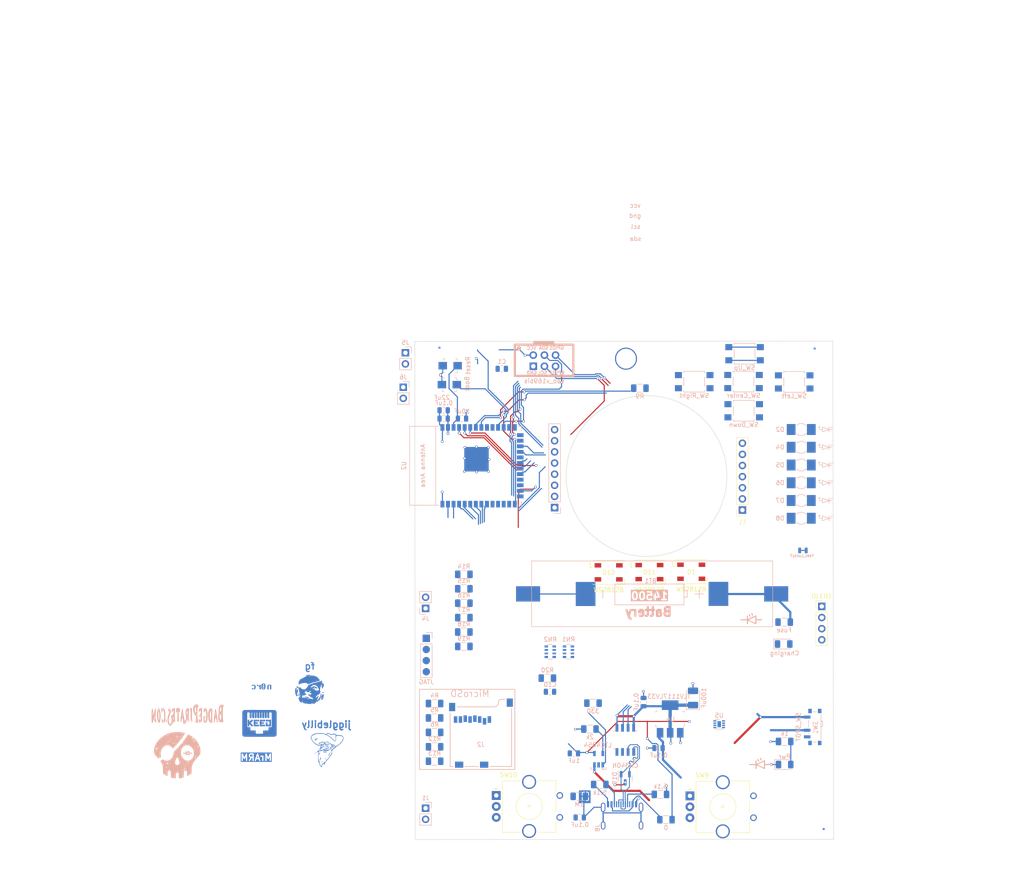
<source format=kicad_pcb>
(kicad_pcb (version 20221018) (generator pcbnew)
  (title_block (title "Project_NeoRogue") (date "2023-10-30") (rev "v1") (company "BadgePirates") (comment 1 "ESP32-S3 WROOM (WIFI/BTLE)") (comment 2 "USB to Serial Programming / MicroSD") (comment 3 "Lipo Charger / 14500 Battery / Battery Guage") (comment 4 "5 Input Buttons / 2x Rotaty Dials / 2x SPI Oled, I2C Oled"))
  (layers (0 "F.Cu" signal) (1 "In1.Cu" signal) (2 "In2.Cu" signal) (31 "B.Cu" signal) (34 "B.Paste" user) (35 "F.Paste" user) (36 "B.SilkS" user "B.Silkscreen") (37 "F.SilkS" user "F.Silkscreen") (38 "B.Mask" user) (39 "F.Mask" user) (44 "Edge.Cuts" user))
  (net 0 "")
  (net 1 "/BATTERY+")
  (net 2 "GND")
  (net 3 "RESET")
  (net 4 "VBUS")
  (net 5 "VCC")
  (net 6 "+BATT")
  (net 7 "Net-(D4-A)")
  (net 8 "Net-(D5-A)")
  (net 9 "Net-(D6-A)")
  (net 10 "IO18")
  (net 11 "Net-(D7-A)")
  (net 12 "Net-(D8-A)")
  (net 13 "D+")
  (net 14 "D-")
  (net 15 "Net-(D9-A)")
  (net 16 "Net-(D10-K)")
  (net 17 "Net-(SW1-A)")
  (net 18 "IO45")
  (net 19 "IO21")
  (net 20 "TMS")
  (net 21 "TDI")
  (net 22 "TDO")
  (net 23 "TCK")
  (net 24 "USB_RX_ESP_TX")
  (net 25 "USB_TX_ESP_RX")
  (net 26 "Boot")
  (net 27 "Net-(J8-SHIELD)")
  (net 28 "Net-(J8-VBUS-PadA4)")
  (net 29 "Net-(J8-CC1)")
  (net 31 "Net-(J8-CC2)")
  (net 32 "SCL")
  (net 33 "SDA")
  (net 34 "Net-(U1-PROG)")
  (net 35 "Net-(U1-~{CHRG})")
  (net 38 "IO15")
  (net 39 "IO05")
  (net 40 "IO04")
  (net 41 "IO03")
  (net 42 "IO10")
  (net 43 "IO14")
  (net 44 "IO13")
  (net 45 "IO12")
  (net 46 "IO11")
  (net 48 "IO46")
  (net 49 "IO37")
  (net 50 "IO36")
  (net 51 "IO35")
  (net 52 "IO38")
  (net 53 "IO16")
  (net 54 "IO17")
  (net 55 "IO08")
  (net 56 "IO09")
  (net 57 "IO47")
  (net 58 "IO48")
  (net 59 "IO02")
  (net 60 "IO01")
  (net 64 "IO34")
  (net 66 "IO25")
  (net 67 "IO22")
  (net 68 "IO20")
  (net 69 "IO23")
  (net 70 "IO24")
  (net 71 "Net-(D1-DOUT)")
  (net 72 "Net-(D2-A)")
  (net 73 "Net-(D11-DOUT)")
  (net 76 "IO33")
  (net 77 "IO19")
  (net 78 "/Max17048/~{ALRT}")
  (footprint "BadgePirates:Badgelife-SAOv169-SAO_Side_B.SLK" (layer "F.Cu") (at 151.978404 50.332996)
    (fp_text reference "X1" hide)
    (fp_text value "sao_v169bis")
  )
  (footprint "BadgePiratesLogos:n0rc_letters_B.Cu" (layer "F.Cu") (at 87.4898 124.547499)
    (fp_text reference "REF**" hide)
    (fp_text value "n0rc_B.CU" hide)
  )
  (footprint "BadgePirates:LED_WS2812B_PLCC4_5.0x5.0mm_P3.2mm" (layer "F.Cu") (at 176.32 98.48)
    (fp_text reference "D11")
    (fp_text value "WS2812B")
  )
  (footprint "BadgePiratesLogos:Jiggle_B.Cu" (layer "F.Cu") (at 102.699705 138.355279)
    (fp_text reference "G***" hide)
    (fp_text value "jigglebilly")
  )
  (footprint "BadgePiratesLogos:FG_B.Cu" (layer "F.Cu") (at 98.82 125.03)
    (fp_text reference "G***" hide)
    (fp_text value "fg")
  )
  (footprint "Connector_PinHeader_2.54mm:PinHeader_1x04_P2.54mm_Vertical" (layer "F.Cu") (at 215.64 106.31)
    (fp_text reference "OLED1")
    (fp_text value "OLED")
  )
  (footprint "Connector_PinSocket_2.54mm:PinSocket_1x07_P2.54mm_Vertical" (layer "F.Cu") (at 197.54 84.32 180)
    (fp_text reference "J7")
    (fp_text value "RoundDisplay_SPI")
  )
  (footprint "BadgePiratesLogos:BPSkull_Distressed_B.SILK" (layer "F.Cu") (at 68.63 140.25)
    (fp_text reference "G***" hide)
    (fp_text value "BP Logo" hide)
  )
  (footprint "BadgePiratesLogos:BadgePiratesURL_B.SLK" (layer "F.Cu") (at 70.97 131.82)
    (fp_text reference "G***" hide)
    (fp_text value "LOGO" hide)
  )
  (footprint "BadgePirates:LED_WS2812B_PLCC4_5.0x5.0mm_P3.2mm" (layer "F.Cu") (at 185.86 98.4)
    (fp_text reference "D1")
    (fp_text value "WS2812B")
  )
  (footprint "BadgePiratesLogos:LED_Schematic_B.SLK" (layer "F.Cu") (at 199.58 109.05)
    (fp_text reference "G***" hide)
    (fp_text value "LOGO" hide)
  )
  (footprint "Rotary_Encoder:RotaryEncoder_Alps_EC11E_Vertical_H20mm_CircularMountingHoles" (layer "F.Cu") (at 185.56 149.52)
    (fp_text reference "SW9")
    (fp_text value "RotaryEncoder_Switch")
  )
  (footprint "BadgePiratesLogos:LED_Schematic_B.SLK" (layer "F.Cu") (at 201.55877 142.08464)
    (fp_text reference "G***" hide)
    (fp_text value "LOGO" hide)
  )
  (footprint "Rotary_Encoder:RotaryEncoder_Alps_EC11E_Vertical_H20mm_CircularMountingHoles" (layer "F.Cu") (at 141.38 149.44)
    (fp_text reference "SW10")
    (fp_text value "RotaryEncoder_Switch")
  )
  (footprint "BadgePirates:LED_WS2812B_PLCC4_5.0x5.0mm_P3.2mm" (layer "F.Cu") (at 167.02 98.54)
    (fp_text reference "D12")
    (fp_text value "WS2812B")
  )
  (footprint "BadgePirates:Hole_4.5mm" (layer "F.Cu") (at 170.978604 49.791396)
    (fp_text reference "REF**" hide)
    (fp_text value "4.5mm")
  )
  (footprint "Connector_PinSocket_2.54mm:PinSocket_1x08_P2.54mm_Vertical" (layer "B.Cu") (at 154.69 83.76)
    (fp_text reference "J9" hide)
    (fp_text value "RoundDisplay_SPI_v2")
  )
  (footprint "BadgePirates:PinHeader_1x02_P2.54mm_Vertical" (layer "B.Cu") (at 120.66 48.45 180)
    (fp_text reference "J5")
    (fp_text value "Reset Jumper")
  )
  (footprint "BadgePiratesLogos:NG_B.Cu" (layer "B.Cu") (at 87.260876 132.766971 180)
    (fp_text reference "G***" hide)
    (fp_text value "NG_BSilk_B.Cu" hide)
  )
  (footprint "Connector_PinHeader_2.54mm:PinHeader_1x04_P2.54mm_Vertical" (layer "B.Cu") (at 125.42 113.59 180)
    (fp_text reference "J3" hide)
    (fp_text value "JTAG")
  )
  (footprint "BadgePirates:C_0805_2012Metric" (layer "B.Cu") (at 142.64 52.1 180)
    (fp_text reference "C1")
    (fp_text value "0.1uF")
  )
  (footprint "BadgePirates:R_1206_3216Metric" (layer "B.Cu") (at 133.99 115.44 180)
    (fp_text reference "R19")
    (fp_text value "10k")
  )
  (footprint "BadgePirates:LED_Osram_Lx_P47F_D2mm_ReverseMount_Proper_Mask Only" (layer "B.Cu") (at 210.95229 86.2 180)
    (fp_text reference "D8")
    (fp_text value "LED")
  )
  (footprint "BadgePirates:R_1206_3216Metric" (layer "B.Cu") (at 207.168604 137.121396)
    (fp_text reference "R1" hide)
    (fp_text value "1k")
  )
  (footprint "BadgePirates:SW_SPST_TL3305C(small)" (layer "B.Cu") (at 197.79 55.01 180)
    (fp_text reference "SW5" hide)
    (fp_text value "SW_Center")
  )
  (footprint "Fiducial:Fiducial_0.5mm_Mask1mm" (layer "B.Cu") (at 214.008604 47.481396 180)
    (fp_text reference "Fid_2" hide)
    (fp_text value "Fiducial" hide)
  )
  (footprint "BadgePirates:R_1206_3216Metric" (layer "B.Cu") (at 127.31 131.75 180)
    (fp_text reference "R5")
    (fp_text value "10K")
  )
  (footprint "BadgePirates:R_1206_3216Metric" (layer "B.Cu") (at 133.99 102.28 180)
    (fp_text reference "R15")
    (fp_text value "10k")
  )
  (footprint "BadgePirates:LED_Osram_Lx_P47F_D2mm_ReverseMount_Proper_Mask Only" (layer "B.Cu") (at 210.95229 74.05 180)
    (fp_text reference "D5")
    (fp_text value "LED")
  )
  (footprint "Package_TO_SOT_SMD:SOT-23" (layer "B.Cu") (at 170.81 145.518744 -90)
    (fp_text reference "D19")
    (fp_text value "PESD2USB3UV-TR")
  )
  (footprint "BadgePirates:SF-MICRO-SD" (layer "B.Cu") (at 130.865 142.815 180)
    (fp_text reference "J2")
    (fp_text value "Micro_SD_Card")
  )
  (footprint "BadgePirates:SW_SPST_TL3305C(small)" (layer "B.Cu") (at 198.028604 48.656396 180)
    (fp_text reference "SW4" hide)
    (fp_text value "SW_Up")
  )
  (footprint "BadgePirates:PinHeader_1x02_P2.54mm_Vertical" (layer "B.Cu") (at 125.26 106.76)
    (fp_text reference "J4")
    (fp_text value "UART")
  )
  (footprint "BadgePirates:PinHeader_1x02_P2.54mm_Vertical" (layer "B.Cu") (at 125.26 152.34 180)
    (fp_text reference "J1")
    (fp_text value "5v GND")
  )
  (footprint "BadgePirates:SW_SPST_TL3305C(small)" (layer "B.Cu") (at 186.538604 55.031396 180)
    (fp_text reference "SW6" hide)
    (fp_text value "SW_Right")
  )
  (footprint "BadgePirates:R_1206_3216Metric" (layer "B.Cu") (at 127.31 128.46 180)
    (fp_text reference "R4")
    (fp_text value "10k")
  )
  (footprint "BadgePirates:LED_Osram_Lx_P47F_D2mm_ReverseMount_Proper_Mask Only" (layer "B.Cu") (at 210.95229 65.95 180)
    (fp_text reference "D2")
    (fp_text value "LED")
  )
  (footprint "Fiducial:Fiducial_0.5mm_Mask1mm" (layer "B.Cu") (at 128.418604 47.291396 180)
    (fp_text reference "Fid3" hide)
    (fp_text value "Fiducial" hide)
  )
  (footprint "BadgePirates:SW_SPST_TL3305C(small)" (layer "B.Cu") (at 197.83 61.67 180)
    (fp_text reference "SW7" hide)
    (fp_text value "SW_Down")
  )
  (footprint "BadgePirates:C_0805_2012Metric" (layer "B.Cu") (at 133.569604 63.46)
    (fp_text reference "C9")
    (fp_text value "10uF")
  )
  (footprint "BadgePirates:LED_1206" (layer "B.Cu") (at 206.95 114.89)
    (fp_text reference "D10" hide)
    (fp_text value "Charging")
  )
  (footprint "BadgePirates:C_0805_2012Metric" (layer "B.Cu") (at 159.1 139.833744 180)
    (fp_text reference "C2" hide)
    (fp_text value "1uF")
  )
  (footprint "BadgePirates:LED_Osram_Lx_P47F_D2mm_ReverseMount_Proper_Mask Only" (layer "B.Cu") (at 210.95229 70 180)
    (fp_text reference "D4")
    (fp_text value "LED")
  )
  (footprint "BadgePirates:R_1206_3216Metric" (layer "B.Cu") (at 127.31 138.33 180)
    (fp_text reference "R12")
    (fp_text value "10K")
  )
  (footprint "BadgePirates:C_0805_2012Metric" (layer "B.Cu") (at 178.398 138.621744 180)
    (fp_text reference "C6" hide)
    (fp_text value "0.1uF")
  )
  (footprint "BadgePirates:R_1206_3216Metric" (layer "B.Cu") (at 180.09 154.96014 180)
    (fp_text reference "R8" hide)
    (fp_text value "0")
  )
  (footprint "BadgePirates:SW_SPST_TL3305C(small)" (layer "B.Cu") (at 209.348604 55.091396 180)
    (fp_text reference "SW8" hide)
    (fp_text value "SW_Left")
  )
  (footprint "BadgePirates:R_1206_3216Metric" (layer "B.Cu") (at 207.06 109.89 180)
    (fp_text reference "F1" hide)
    (fp_text value "Fuse")
  )
  (footprint "BadgePirates:R_Array_Convex_4x0603" (layer "B.Cu") (at 153.7 116.64 180)
    (fp_text reference "RN2")
    (fp_text value "1k_Array")
  )
  (footprint "BadgePirates:Switch_Tactile_SMD_B3U-1000P-BPVersion" (layer "B.Cu") (at 130.678604 55.711396 180)
    (fp_text reference "SW2" hide)
    (fp_text value "Boot")
  )
  (footprint "BadgePirates:R_1206_3216Metric" (layer "B.Cu") (at 165 146.933744 180)
    (fp_text reference "R11" hide)
    (fp_text value "5.1k")
  )
  (footprint "BadgePirates:R_1206_3216Metric" (layer "B.Cu") (at 178.83 149.19014)
    (fp_text reference "R10" hide)
    (fp_text value "5.1k")
  )
  (footprint "BadgePirates:ESP32-S3-WROOM-1" (layer "B.Cu") (at 137.358604 74.225 -90)
    (fp_text reference "U2")
    (fp_text value "ESP32-S3-WROOM-1")
  )
  (footprint "BadgePirates:SOIC-8-1EP_W3.9mm" (layer "B.Cu") (at 170.82 136.759844 180)
    (fp_text reference "U3" hide)
    (fp_text value "CH340N")
  )
  (footprint "BadgePirates:C_0805_2012Metric" (layer "B.Cu") (at 129.378604 61.555 180)
    (fp_text reference "C4" hide)
    (fp_text value "22uF")
  )
  (footprint "Fiducial:Fiducial_0.5mm_Mask1mm" (layer "B.Cu") (at 216.08 157.1 180)
    (fp_text reference "Fid_1" hide)
    (fp_text value "fid" hide)
  )
  (footprint "BadgePirates:SMT-JUMPER_2_NC_TRACE_NO-SILK" (layer "B.Cu") (at 211.5806 93.54 180)
    (fp_text reference "JP1" hide)
    (fp_text value "Feel_Lucky?")
  )
  (footprint "BadgePirates:R_1206_3216Metric" (layer "B.Cu") (at 127.31 135.04 180)
    (fp_text reference "R6")
    (fp_text value "10K")
  )
  (footprint "BadgePirates:PinHeader_1x02_P2.54mm_Vertical" (layer "B.Cu") (at 120.17 56.305 180)
    (fp_text reference "J6")
    (fp_text value "Boot Jumper")
  )
  (footprint "BadgePirates:R_1206_3216Metric" (layer "B.Cu") (at 133.99 112.15 180)
    (fp_text reference "R18")
    (fp_text value "10k")
  )
  (footprint "BadgePirates:R_1206_3216Metric" (layer "B.Cu") (at 133.99 105.57 180)
    (fp_text reference "R16")
    (fp_text value "10k")
  )
  (footprint "BadgePirates:R_1206_3216Metric" (layer "B.Cu") (at 133.99 108.86 180)
    (fp_text reference "R17")
    (fp_text value "10k")
  )
  (footprint "BadgePirates:C_0805_2012Metric" (layer "B.Cu") (at 160.425 154.458744 180)
    (fp_text reference "C8" hide)
    (fp_text value "0.1uF")
  )
  (footprint "BadgePirates:C_0805_2012Metric" (layer "B.Cu") (at 174.99 128.138744 90)
    (fp_text reference "C5" hide)
    (fp_text value "0.1uF")
  )
  (footprint "BadgePirates:LED_Osram_Lx_P47F_D2mm_ReverseMount_Proper_Mask Only" (layer "B.Cu") (at 210.95229 78.1 180)
    (fp_text reference "D6")
    (fp_text value "LED")
  )
  (footprint "BadgePirates:R_1206_3216Metric" (layer "B.Cu") (at 133.99 98.99 180)
    (fp_text reference "R14")
    (fp_text value "10k")
  )
  (footprint "BadgePirates:R_1206_3216Metric" (layer "B.Cu") (at 153.04 122.66 180)
    (fp_text reference "R20")
    (fp_text value "10K")
  )
  (footprint "BadgePirates:R_1206_3216Metric" (layer "B.Cu") (at 174.14 56.52)
    (fp_text reference "R9")
    (fp_text value "1k")
  )
  (footprint "BadgePirates:LTC4054" (layer "B.Cu") (at 164.725 141.158744 180)
    (fp_text reference "U1" hide)
    (fp_text value "LTC4054")
  )
  (footprint "BadgePirates:R_1206_3216Metric" (layer "B.Cu") (at 160.325 149.633744 180)
    (fp_text reference "R7" hide)
    (fp_text value "1M")
  )
  (footprint "BadgePirates:100uf_CP_Pad1.50x2.35mm" (layer "B.Cu") (at 186.272 127.191744 90)
    (fp_text reference "C7" hide)
    (fp_text value "100uF")
  )
  (footprint "BadgePirates:SW_SPDT_PCM12" (layer "B.Cu") (at 213.738604 133.811396 -90)
    (fp_text reference "SW1")
    (fp_text value "SW_SPDT")
  )
  (footprint "BadgePirates:Battery - 14500" (layer "B.Cu") (at 176.94 103.44 180)
    (fp_text reference "BT1")
    (fp_text value "Battery")
  )
  (footprint "BadgePirates:R_Array_Convex_4x0603" (layer "B.Cu") (at 157.85 116.64 180)
    (fp_text reference "RN1")
    (fp_text value "1k_Array")
  )
  (footprint "BadgePirates:C_0805_2012Metric" (layer "B.Cu") (at 129.378604 63.46 180)
    (fp_text reference "C3" hide)
    (fp_text value "0.1uF")
  )
  (footprint "BadgePirates:Switch_Tactile_SMD_B3U-1000P-BPVersion" (layer "B.Cu") (at 130.868604 51.391396)
    (fp_text reference "SW3" hide)
    (fp_text value "Reset")
  )
  (footprint "BadgePirates:LED_1206" (layer "B.Cu") (at 207.168604 142.381396)
    (fp_text reference "D9" hide)
    (fp_text value "Pwr")
  )
  (footprint "BadgePirates:R_1206_3216Metric" (layer "B.Cu") (at 127.31 141.62 180)
    (fp_text reference "R13")
    (fp_text value "10K")
  )
  (footprint "BadgePirates:C_0805_2012Metric" (layer "B.Cu") (at 153.64 125.78 180)
    (fp_text reference "C10")
    (fp_text value "0.1uF")
  )
  (footprint "BadgePirates:LED_Osram_Lx_P47F_D2mm_ReverseMount_Proper_Mask Only" (layer "B.Cu") (at 210.95229 82.15 180)
    (fp_text reference "D7")
    (fp_text value "LED")
  )
  (footprint "BadgePirates:R_1206_3216Metric" (layer "B.Cu") (at 163.45 128.37 180)
    (fp_text reference "R3" hide)
    (fp_text value "330")
  )
  (footprint "BadgePirates:USB_C_Receptical-Jing" (layer "B.Cu") (at 170.08 152.133744 180)
    (fp_text reference "J8")
    (fp_text value "USB_C_Plug_USB2.0")
  )
  (footprint "BadgePirates:SOT-223" (layer "B.Cu") (at 181.05 131.983744 180)
    (fp_text reference "U4")
    (fp_text value "TLV1117LV33")
  )
  (footprint "BadgePirates:R_1206_3216Metric" (layer "B.Cu") (at 162.75 134.283744 180)
    (fp_text reference "R2" hide)
    (fp_text value "2k")
  )
  (footprint "BadgePirates:MAX17048_TDFN" (layer "B.Cu") (at 192.24 133.18 180)
    (fp_text reference "U5")
    (fp_text value "MAX17048")
  )
  (gr_rect (start 123.865 125.205) (end 145.615 143.505) (stroke (width 0.15)) (fill none) (layer "B.SilkS"))
  (gr_circle (center 175.658604 76.561396) (end 187.688604 90.411396) (stroke (width 0.1)) (fill none) (layer "Edge.Cuts"))
  (gr_line (start 218.16 45.77) (end 122.808604 45.861396) (stroke (width 0.1)) (layer "Edge.Cuts"))
  (gr_line (start 122.808604 45.861396) (end 122.87 159.5) (stroke (width 0.1)) (layer "Edge.Cuts"))
  (gr_line (start 122.87 159.5) (end 218.34 159.44) (stroke (width 0.1)) (layer "Edge.Cuts"))
  (gr_line (start 218.34 159.44) (end 218.16 45.77) (stroke (width 0.1)) (layer "Edge.Cuts"))
  (gr_text "MrARM" (at 90.4 141.65) (layer "B.Cu" knockout) (effects (font (size 1.5 1.5) (thickness 0.3) bold) (justify left bottom mirror)))
  (gr_text "scl" (at 174.388604 20.251396) (layer "B.SilkS") (effects (font (size 1 1)) (justify left bottom mirror)))
  (gr_text "sda" (at 174.538604 23.001396) (layer "B.SilkS") (effects (font (size 1 1)) (justify left bottom mirror)))
  (gr_text "MicroSD" (at 139.925 127.095) (layer "B.SilkS") (effects (font (size 1.5 1.5)) (justify left bottom mirror)))
  (gr_text "vcc" (at 174.413604 15.426396) (layer "B.SilkS") (effects (font (size 1 1)) (justify left bottom mirror)))
  (gr_text "gnd" (at 174.513604 17.751396) (layer "B.SilkS") (effects (font (size 1 1)) (justify left bottom mirror)))
  (segment (start 192.115 103.48) (end 205.29 103.48) (width 0.5) (layer "B.Cu") (net 1))
  (segment (start 208.46 107.611396) (end 203.398604 102.55) (width 0.5) (layer "B.Cu") (net 1))
  (segment (start 208.46 109.89) (end 208.46 107.611396) (width 0.5) (layer "B.Cu") (net 1))
  (segment (start 170.81 146.456244) (end 170.2575 147.008744) (width 0.25) (layer "F.Cu") (net 2))
  (segment (start 170.2575 147.008744) (end 168.47 147.008744) (width 0.25) (layer "F.Cu") (net 2))
  (via (at 204.158604 142.361396) (size 0.6) (drill 0.4) (layers "F.Cu" "B.Cu") (net 2))
  (via (at 136.868604 75.621396) (size 0.6) (drill 0.4) (layers "F.Cu" "B.Cu") (net 2))
  (via (at 183.4 137.41014) (size 0.6) (drill 0.4) (layers "F.Cu" "B.Cu") (net 2))
  (via (at 159.45 134.34014) (size 0.6) (drill 0.4) (layers "F.Cu" "B.Cu") (net 2))
  (via (at 168.47 147.008744) (size 0.6) (drill 0.4) (layers "F.Cu" "B.Cu") (net 2))
  (via (at 134.488604 61.751396) (size 0.6) (drill 0.4) (layers "F.Cu" "B.Cu") (net 2))
  (via (at 139.608604 75.511396) (size 0.6) (drill 0.4) (layers "F.Cu" "B.Cu") (net 2))
  (via (at 186.24 123.90014) (size 0.6) (drill 0.4) (layers "F.Cu" "B.Cu") (net 2))
  (via (at 134.108604 75.521396) (size 0.6) (drill 0.4) (layers "F.Cu" "B.Cu") (net 2))
  (via (at 173.769089 150.202833) (size 0.6) (drill 0.4) (layers "F.Cu" "B.Cu") (net 2))
  (via (at 136.818604 49.731396) (size 0.6) (drill 0.4) (layers "F.Cu" "B.Cu") (net 2))
  (via (at 128.618604 53.511396) (size 0.6) (drill 0.4) (layers "F.Cu" "B.Cu") (net 2))
  (via (at 175.85 138.63014) (size 0.6) (drill 0.4) (layers "F.Cu" "B.Cu") (net 2))
  (via (at 180.22 147.26014) (size 0.6) (drill 0.4) (layers "F.Cu" "B.Cu") (net 2))
  (via (at 129.058604 80.221396) (size 0.6) (drill 0.4) (layers "F.Cu" "B.Cu") (net 2))
  (via (at 134.178604 72.511396) (size 0.6) (drill 0.4) (layers "F.Cu" "B.Cu") (net 2))
  (via (at 136.848604 69.911396) (size 0.6) (drill 0.4) (layers "F.Cu" "B.Cu") (net 2))
  (via (at 139.598604 70.001396) (size 0.6) (drill 0.4) (layers "F.Cu" "B.Cu") (net 2))
  (via (at 129.058604 68.701396) (size 0.6) (drill 0.4) (layers "F.Cu" "B.Cu") (net 2))
  (via (at 134.228604 70.031396) (size 0.6) (drill 0.4) (layers "F.Cu" "B.Cu") (net 2))
  (via (at 174.95 125.70014) (size 0.6) (drill 0.4) (layers "F.Cu" "B.Cu") (net 2))
  (via (at 170.81 146.456244) (size 0.6) (drill 0.4) (layers "F.Cu" "B.Cu") (net 2))
  (via (at 139.728604 72.801396) (size 0.6) (drill 0.4) (layers "F.Cu" "B.Cu") (net 2))
  (segment (start 134.507104 63.46) (end 134.507104 61.769896) (width 0.25) (layer "B.Cu") (net 2))
  (segment (start 186.272 125.566744) (end 186.272 123.93214) (width 0.25) (layer "B.Cu") (net 2))
  (segment (start 135.418604 72.725) (end 136.818604 72.725) (width 0.25) (layer "B.Cu") (net 2))
  (segment (start 204.178604 142.381396) (end 204.158604 142.361396) (width 0.25) (layer "B.Cu") (net 2))
  (segment (start 205.768604 142.381396) (end 204.178604 142.381396) (width 0.25) (layer "B.Cu") (net 2))
  (segment (start 183.35 135.133744) (end 183.4 137.41014) (width 0.25) (layer "B.Cu") (net 2))
  (segment (start 174.99 127.201244) (end 174.99 125.74014) (width 0.25) (layer "B.Cu") (net 2))
  (segment (start 174.99 125.74014) (end 174.95 125.70014) (width 0.25) (layer "B.Cu") (net 2))
  (segment (start 175.858396 138.621744) (end 175.85 138.63014) (width 0.25) (layer "B.Cu") (net 2))
  (segment (start 128.978604 53.871396) (end 128.618604 53.511396) (width 0.25) (layer "B.Cu") (net 2))
  (segment (start 137.118604 50.031396) (end 136.818604 49.731396) (width 0.25) (layer "B.Cu") (net 2))
  (segment (start 136.818604 74.125) (end 138.218604 74.125) (width 0.25) (layer "B.Cu") (net 2))
  (segment (start 180.23 149.19014) (end 180.23 147.27014) (width 0.25) (layer "B.Cu") (net 2))
  (segment (start 166.755 151.183744) (end 166.755 150.088744) (width 0.25) (layer "B.Cu") (net 2))
  (segment (start 180.23 147.27014) (end 180.22 147.26014) (width 0.25) (layer "B.Cu") (net 2))
  (segment (start 134.507104 61.769896) (end 134.488604 61.751396) (width 0.25) (layer "B.Cu") (net 2))
  (segment (start 135.418604 74.125) (end 136.818604 74.125) (width 0.25) (layer "B.Cu") (net 2))
  (segment (start 136.818604 74.125) (end 136.818604 72.725) (width 0.25) (layer "B.Cu") (net 2))
  (segment (start 135.418604 71.325) (end 136.818604 71.325) (width 0.25) (layer "B.Cu") (net 2))
  (segment (start 135.418604 72.725) (end 135.418604 71.325) (width 0.25) (layer "B.Cu") (net 2))
  (segment (start 129.168604 51.391396) (end 129.168604 52.961396) (width 0.25) (layer "B.Cu") (net 2))
  (segment (start 155.23 103.475) (end 148.665 103.475) (width 0.25) (layer "B.Cu") (net 2))
  (segment (start 136.818604 72.725) (end 136.818604 71.325) (width 0.25) (layer "B.Cu") (net 2))
  (segment (start 177.4605 138.621744) (end 175.858396 138.621744) (width 0.25) (layer "B.Cu") (net 2))
  (segment (start 135.418604 74.125) (end 135.418604 72.725) (width 0.25) (layer "B.Cu") (net 2))
  (segment (start 129.098604 82.975) (end 129.098604 80.261396) (width 0.25) (layer "B.Cu") (net 2))
  (segment (start 159.506396 134.283744) (end 159.45 134.34014) (width 0.25) (layer "B.Cu") (net 2))
  (segment (start 138.218604 72.725) (end 138.218604 71.325) (width 0.25) (layer "B.Cu") (net 2))
  (segment (start 138.218604 74.125) (end 138.218604 72.725) (width 0.25) (layer "B.Cu") (net 2))
  (segment (start 128.978604 55.711396) (end 128.978604 53.871396) (width 0.25) (layer "B.Cu") (net 2))
  (segment (start 129.168604 52.961396) (end 128.618604 53.511396) (width 0.25) (layer "B.Cu") (net 2))
  (segment (start 183.4 137.41014) (end 183.35 137.36014) (width 0.25) (layer "B.Cu") (net 2))
  (segment (start 137.118604 50.961396) (end 137.118604 50.031396) (width 0.25) (layer "B.Cu") (net 2))
  (segment (start 161.765 103.475) (end 155.23 103.475) (width 0.25) (layer "B.Cu") (net 2))
  (segment (start 201.628604 47.156396) (end 194.428604 47.156396) (width 0.25) (layer "B.Cu") (net 2))
  (segment (start 173.405 150.566922) (end 173.405 151.433744) (width 0.25) (layer "B.Cu") (net 2))
  (segment (start 128.441104 63.46) (end 128.441104 64.8175) (width 0.25) (layer "B.Cu") (net 2))
  (segment (start 129.098604 68.661396) (end 129.058604 68.701396) (width 0.25) (layer "B.Cu") (net 2))
  (segment (start 138.218604 72.725) (end 136.818604 72.725) (width 0.25) (layer "B.Cu") (net 2))
  (segment (start 186.272 123.93214) (end 186.24 123.90014) (width 0.25) (layer "B.Cu") (net 2))
  (segment (start 148.665 103.475) (end 148.64 103.45) (width 0.25) (layer "B.Cu") (net 2))
  (segment (start 173.769089 150.202833) (end 173.405 150.566922) (width 0.25) (layer "B.Cu") (net 2))
  (segment (start 136.818604 71.325) (end 138.218604 71.325) (width 0.25) (layer "B.Cu") (net 2))
  (segment (start 128.441104 63.46) (end 128.441104 61.555) (width 0.25) (layer "B.Cu") (net 2))
  (segment (start 128.441104 64.8175) (end 129.098604 65.475) (width 0.25) (layer "B.Cu") (net 2))
  (segment (start 129.098604 80.261396) (end 129.058604 80.221396) (width 0.25) (layer "B.Cu") (net 2))
  (segment (start 167.005 151.433744) (end 166.755 151.183744) (width 0.25) (layer "B.Cu") (net 2))
  (segment (start 129.098604 65.475) (end 129.098604 68.661396) (width 0.25) (layer "B.Cu") (net 2))
  (segment (start 161.35 134.283744) (end 159.506396 134.283744) (width 0.25) (layer "B.Cu") (net 2))
  (segment (start 166.755 150.088744) (end 163.6 146.933744) (width 0.25) (layer "B.Cu") (net 2))
  (segment (start 130.618604 53.341396) (end 132.568604 51.391396) (width 0.25) (layer "B.Cu") (net 3))
  (segment (start 130.618604 56.633396) (end 130.618604 53.341396) (width 0.25) (layer "B.Cu") (net 3))
  (segment (start 132.632104 63.46) (end 132.518604 63.3465) (width 0.25) (layer "B.Cu") (net 3))
  (segment (start 131.638604 64.4535) (end 132.632104 63.46) (width 0.25) (layer "B.Cu") (net 3))
  (segment (start 132.518604 58.533396) (end 130.618604 56.633396) (width 0.25) (layer "B.Cu") (net 3))
  (segment (start 131.638604 65.475) (end 131.638604 64.4535) (width 0.25) (layer "B.Cu") (net 3))
  (segment (start 132.518604 63.3465) (end 132.518604 58.533396) (width 0.25) (layer "B.Cu") (net 3))
  (segment (start 175.85 132.63014) (end 175.77 132.55014) (width 0.25) (layer "F.Cu") (net 4))
  (segment (start 167.46 134.223744) (end 162.05 139.633744) (width 0.25) (layer "F.Cu") (net 4))
  (segment (start 175.77 132.55014) (end 169.118604 132.55014) (width 0.25) (layer "F.Cu") (net 4))
  (segment (start 169.118604 132.55014) (end 167.46 134.208744) (width 0.25) (layer "F.Cu") (net 4))
  (segment (start 167.46 134.208744) (end 167.46 134.223744) (width 0.25) (layer "F.Cu") (net 4))
  (segment (start 185.42 132.55014) (end 175.77 132.55014) (width 0.25) (layer "F.Cu") (net 4))
  (segment (start 175.85 136.483744) (end 175.85 132.63014) (width 0.25) (layer "F.Cu") (net 4))
  (via (at 185.42 132.55014) (size 0.6) (drill 0.4) (layers "F.Cu" "B.Cu") (net 4))
  (via (at 162.05 139.633744) (size 0.6) (drill 0.4) (layers "F.Cu" "B.Cu") (net 4))
  (via (at 175.85 136.483744) (size 0.6) (drill 0.4) (layers "F.Cu" "B.Cu") (net 4))
  (segment (start 163.55 139.633744) (end 163.775 139.858744) (width 0.25) (layer "B.Cu") (net 4))
  (segment (start 178.273 137.92991) (end 178.273 141.401744) (width 0.25) (layer "B.Cu") (net 4))
  (segment (start 175.85 136.483744) (end 176.972083 137.605827) (width 0.25) (layer "B.Cu") (net 4))
  (segment (start 162.05 139.633744) (end 163.55 139.633744) (width 0.25) (layer "B.Cu") (net 4))
  (segment (start 160.2375 139.633744) (end 160.0375 139.833744) (width 0.25) (layer "B.Cu") (net 4))
  (segment (start 162.05 139.633744) (end 160.2375 139.633744) (width 0.25) (layer "B.Cu") (net 4))
  (segment (start 157.8375 137.633744) (end 160.0375 139.833744) (width 0.25) (layer "B.Cu") (net 4))
  (segment (start 181.49 144.618744) (end 181.49 154.96014) (width 0.25) (layer "B.Cu") (net 4))
  (segment (start 185.42 132.55014) (end 185.421396 132.548744) (width 0.25) (layer "B.Cu") (net 4))
  (segment (start 176.972083 137.605827) (end 176.981166 137.596744) (width 0.25) (layer "B.Cu") (net 4))
  (segment (start 176.981166 137.596744) (end 177.939834 137.596744) (width 0.25) (layer "B.Cu") (net 4))
  (segment (start 177.939834 137.596744) (end 178.273 137.92991) (width 0.25) (layer "B.Cu") (net 4))
  (segment (start 178.273 141.401744) (end 181.49 144.618744) (width 0.25) (layer "B.Cu") (net 4))
  (segment (start 172.76 131.358744) (end 169.13 131.358744) (width 0.5) (layer "F.Cu") (net 5))
  (segment (start 169.13 131.358744) (end 168.94 131.168744) (width 0.5) (layer "F.Cu") (net 5))
  (via (at 203.978604 137.161396) (size 0.6) (drill 0.4) (layers "F.Cu" "B.Cu") (net 5))
  (via (at 147.978604 49.021396) (size 0.6) (drill 0.4) (layers "F.Cu" "B.Cu") (net 5))
  (via (at 130.368604 66.9) (size 0.6) (drill 0.4) (layers "F.Cu" "B.Cu") (net 5))
  (via (at 168.94 131.168744) (size 0.6) (drill 0.4) (layers "F.Cu" "B.Cu") (net 5))
  (via (at 181.2 137.508744) (size 0.6) (drill 0.4) (layers "F.Cu" "B.Cu") (net 5))
  (via (at 172.76 131.358744) (size 0.6) (drill 0.4) (layers "F.Cu" "B.Cu") (net 5))
  (segment (start 146.718604 47.761396) (end 147.978604 49.021396) (width 0.25) (layer "B.Cu") (net 5))
  (segment (start 172.725 131.341244) (end 174.99 129.076244) (width 0.5) (layer "B.Cu") (net 5))
  (segment (start 148.018604 48.981396) (end 147.978604 49.021396) (width 0.25) (layer "B.Cu") (net 5))
  (segment (start 130.368604 63.5125) (end 130.316104 63.46) (width 0.25) (layer "B.Cu") (net 5))
  (segment (start 130.368604 66.9) (end 130.368604 65.475) (width 0.25) (layer "B.Cu") (net 5))
  (segment (start 171.27 128.790952) (end 168.915 131.145952) (width 0.25) (layer "B.Cu") (net 5))
  (segment (start 180.8075 129.076244) (end 174.99 129.076244) (width 0.5) (layer "B.Cu") (net 5))
  (segment (start 172.76 131.358744) (end 172.725 131.341244) (width 0.5) (layer "B.Cu") (net 5))
  (segment (start 181.05 128.833744) (end 180.8075 129.076244) (width 0.25) (layer "B.Cu") (net 5))
  (segment (start 130.368604 65.475) (end 130.368604 63.5125) (width 0.25) (layer "B.Cu") (net 5))
  (segment (start 168.915 131.145952) (end 168.94 131.168744) (width 0.25) (layer "B.Cu") (net 5))
  (segment (start 205.768604 137.121396) (end 204.018604 137.121396) (width 0.25) (layer "B.Cu") (net 5))
  (segment (start 204.018604 137.121396) (end 203.978604 137.161396) (width 0.25) (layer "B.Cu") (net 5))
  (segment (start 130.316104 63.46) (end 130.316104 61.555) (width 0.25) (layer "B.Cu") (net 5))
  (segment (start 168.94 131.168744) (end 168.915 134.009844) (width 0.25) (layer "B.Cu") (net 5))
  (segment (start 181.05 128.833744) (end 181.05 135.133744) (width 0.762) (layer "B.Cu") (net 5))
  (segment (start 142.018604 47.761396) (end 146.718604 47.761396) (width 0.25) (layer "B.Cu") (net 5))
  (segment (start 181.2 135.283744) (end 181.05 135.133744) (width 0.25) (layer "B.Cu") (net 5))
  (segment (start 181.2 137.508744) (end 181.2 135.283744) (width 0.25) (layer "B.Cu") (net 5))
  (segment (start 186.237 128.833744) (end 181.05 128.833744) (width 0.762) (layer "B.Cu") (net 5))
  (segment (start 149.828604 48.981396) (end 148.018604 48.981396) (width 0.25) (layer "B.Cu") (net 5))
  (segment (start 172.725 134.009844) (end 172.76 131.358744) (width 0.5) (layer "B.Cu") (net 5))
  (segment (start 204.03 134.55) (end 212.297208 134.55) (width 0.5) (layer "B.Cu") (net 6))
  (segment (start 179.414 137.224744) (end 179.414 141.308348) (width 0.5) (layer "B.Cu") (net 6))
  (segment (start 178.525 136.335744) (end 179.414 137.224744) (width 0.5) (layer "B.Cu") (net 6))
  (segment (start 212.297208 134.55) (end 212.308604 134.561396) (width 0.5) (layer "B.Cu") (net 6))
  (segment (start 178.75 135.133744) (end 178.525 135.358744) (width 0.25) (layer "B.Cu") (net 6))
  (segment (start 179.414 141.308348) (end 183.475792 145.37014) (width 0.5) (layer "B.Cu") (net 6))
  (segment (start 178.525 135.358744) (end 178.525 136.335744) (width 0.5) (layer "B.Cu") (net 6))
  (segment (start 143.678604 62.52) (end 143.678604 63.015) (width 0.25) (layer "B.Cu") (net 10))
  (segment (start 137.118604 47.761396) (end 137.118604 47.961396) (width 0.25) (layer "B.Cu") (net 10))
  (segment (start 144.062735 61.246016) (end 144.062735 62.135869) (width 0.25) (layer "B.Cu") (net 10))
  (segment (start 141.798604 64.895) (end 141.798604 65.475) (width 0.25) (layer "B.Cu") (net 10))
  (segment (start 139.218604 50.061396) (end 139.248604 50.061396) (width 0.25) (layer "B.Cu") (net 10))
  (segment (start 139.538604 56.721885) (end 144.062735 61.246016) (width 0.25) (layer "B.Cu") (net 10))
  (segment (start 137.118604 47.961396) (end 139.218604 50.061396) (width 0.25) (layer "B.Cu") (net 10))
  (segment (start 139.248604 50.061396) (end 139.538604 50.351396) (width 0.25) (layer "B.Cu") (net 10))
  (segment (start 143.678604 63.015) (end 141.798604 64.895) (width 0.25) (layer "B.Cu") (net 10))
  (segment (start 139.538604 50.351396) (end 139.538604 56.721885) (width 0.25) (layer "B.Cu") (net 10))
  (segment (start 144.062735 62.135869) (end 143.678604 62.52) (width 0.25) (layer "B.Cu") (net 10))
  (segment (start 171.823559 141.683775) (end 171.823561 141.683774) (width 0.2) (layer "B.Cu") (net 13))
  (segment (start 170.355 148.468744) (end 169.86 147.973744) (width 0.2) (layer "B.Cu") (net 13))
  (segment (start 173.563311 140.877936) (end 173.56331 140.877935) (width 0.2) (layer "B.Cu") (net 13))
  (segment (start 172.71478 141.3022) (end 172.672106 141.259526) (width 0.2) (layer "B.Cu") (net 13))
  (segment (start 172.714781 141.726466) (end 172.71478 141.726465) (width 0.2) (layer "B.Cu") (net 13))
  (segment (start 171.86625 142.15073) (end 171.823559 142.108039) (width 0.2) (layer "B.Cu") (net 13))
  (segment (start 169.33 150.478744) (end 169.33 151.433744) (width 0.2) (layer "B.Cu") (net 13))
  (segment (start 170.255 150.433744) (end 169.375 150.433744) (width 0.2) (layer "B.Cu") (net 13))
  (segment (start 170.33 150.508744) (end 170.255 150.433744) (width 0.2) (layer "B.Cu") (net 13))
  (segment (start 172.71478 141.726465) (end 172.71478 141.726464) (width 0.2) (layer "B.Cu") (net 13))
  (segment (start 173.46 138.318744) (end 172.9 138.318744) (width 0.2) (layer "B.Cu") (net 13))
  (segment (start 173.65 138.508744) (end 173.46 138.318744) (width 0.2) (layer "B.Cu") (net 13))
  (segment (start 170.33 151.433744) (end 170.33 150.508744) (width 0.2) (layer "B.Cu") (net 13))
  (segment (start 170.33 151.433744) (end 170.33 150.383743) (width 0.2) (layer "B.Cu") (net 13))
  (segment (start 169.375 150.433744) (end 169.33 150.478744) (width 0.2) (layer "B.Cu") (net 13))
  (segment (start 172.672106 140.835262) (end 172.672108 140.835261) (width 0.2) (layer "B.Cu") (net 13))
  (segment (start 173.096372 140.835261) (end 173.139047 140.877936) (width 0.2) (layer "B.Cu") (net 13))
  (segment (start 173.65 140.791244) (end 173.65 138.508744) (width 0.2) (layer "B.Cu") (net 13))
  (segment (start 169.86 144.581244) (end 171.86625 142.574994) (width 0.2) (layer "B.Cu") (net 13))
  (segment (start 172.247825 141.683774) (end 172.290517 141.726466) (width 0.2) (layer "B.Cu") (net 13))
  (segment (start 170.355 150.358743) (end 170.355 148.468744) (width 0.2) (layer "B.Cu") (net 13))
  (segment (start 173.56331 140.877935) (end 173.65 140.791244) (width 0.2) (layer "B.Cu") (net 13))
  (segment (start 170.33 150.383743) (end 170.355 150.358743) (width 0.2) (layer "B.Cu") (net 13))
  (segment (start 172.9 138.318744) (end 172.725 138.493744) (width 0.2) (layer "B.Cu") (net 13))
  (segment (start 172.725 138.493744) (end 172.725 139.509844) (width 0.2) (layer "B.Cu") (net 13))
  (segment (start 169.86 147.973744) (end 169.86 144.581244) (width 0.2) (layer "B.Cu") (net 13))
  (arc (start 171.823559 142.108039) (mid 171.735691 141.895907) (end 171.823559 141.683775) (width 0.2) (layer "B.Cu") (net 13))
  (arc (start 172.672108 140.835261) (mid 172.88424 140.747393) (end 173.096372 140.835261) (width 0.2) (layer "B.Cu") (net 13))
  (arc (start 172.672106 141.259526) (mid 172.584238 141.047394) (end 172.672106 140.835262) (width 0.2) (layer "B.Cu") (net 13))
  (arc (start 171.86625 142.574994) (mid 171.954118 142.362862) (end 171.86625 142.15073) (width 0.2) (layer "B.Cu") (net 13))
  (arc (start 171.823561 141.683774) (mid 172.035693 141.595906) (end 172.247825 141.683774) (width 0.2) (layer "B.Cu") (net 13))
  (arc (start 172.290517 141.726466) (mid 172.502649 141.814334) (end 172.714781 141.726466) (width 0.2) (layer "B.Cu") (net 13))
  (arc (start 173.139047 140.877936) (mid 173.351179 140.965804) (end 173.563311 140.877936) (width 0.2) (layer "B.Cu") (net 13))
  (arc (start 172.71478 141.726464) (mid 172.802648 141.514332) (end 172.71478 141.3022) (width 0.2) (layer "B.Cu") (net 13))
  (segment (start 171.97 137.848744) (end 173.555685 137.848744) (width 0.2) (layer "B.Cu") (net 14))
  (segment (start 174.05 140.95693) (end 171.76 143.24693) (width 0.2) (layer "B.Cu") (net 14))
  (segment (start 171.455 138.363744) (end 171.97 137.848744) (width 0.2) (layer "B.Cu") (net 14))
  (segment (start 173.555685 137.848744) (end 174.05 138.343059) (width 0.2) (layer "B.Cu") (net 14))
  (segment (start 170.805 148.468744) (end 171.76 147.513744) (width 0.2) (layer "B.Cu") (net 14))
  (segment (start 174.05 138.343059) (end 174.05 140.95693) (width 0.2) (layer "B.Cu") (net 14))
  (segment (start 170.805 150.358743) (end 170.805 148.468744) (width 0.2) (layer "B.Cu") (net 14))
  (segment (start 170.83 150.383743) (end 170.805 150.358743) (width 0.2) (layer "B.Cu") (net 14))
  (segment (start 171.76 147.513744) (end 171.76 144.581244) (width 0.2) (layer "B.Cu") (net 14))
  (segment (start 169.83 152.358744) (end 170.005 152.533744) (width 0.2) (layer "B.Cu") (net 14))
  (segment (start 171.455 139.509844) (end 171.455 138.363744) (width 0.2) (layer "B.Cu") (net 14))
  (segment (start 170.83 151.433744) (end 170.83 150.383743) (width 0.2) (layer "B.Cu") (net 14))
  (segment (start 170.83 152.358744) (end 170.83 151.433744) (width 0.2) (layer "B.Cu") (net 14))
  (segment (start 170.655 152.533744) (end 170.83 152.358744) (width 0.2) (layer "B.Cu") (net 14))
  (segment (start 169.83 151.433744) (end 169.83 152.358744) (width 0.2) (layer "B.Cu") (net 14))
  (segment (start 171.76 143.24693) (end 171.76 144.581244) (width 0.2) (layer "B.Cu") (net 14))
  (segment (start 170.005 152.533744) (end 170.655 152.533744) (width 0.2) (layer "B.Cu") (net 14))
  (segment (start 208.568604 137.121396) (end 208.568604 142.381396) (width 0.25) (layer "B.Cu") (net 15))
  (segment (start 174.125 148.383744) (end 168.075 148.383744) (width 0.5) (layer "F.Cu") (net 17))
  (segment (start 176.25 150.508744) (end 174.125 148.383744) (width 0.5) (layer "F.Cu") (net 17))
  (segment (start 201.658604 131.561396) (end 195.77 137.45) (width 0.5) (layer "F.Cu") (net 17))
  (segment (start 168.075 148.383744) (end 163.775 144.083744) (width 0.5) (layer "F.Cu") (net 17))
  (via (at 163.775 144.083744) (size 0.6) (drill 0.4) (layers "F.Cu" "B.Cu") (net 17))
  (via (at 201.658604 131.561396) (size 0.6) (drill 0.4) (layers "F.Cu" "B.Cu") (net 17))
  (segment (start 163.775 144.083744) (end 163.775 142.458744) (width 0.5) (layer "B.Cu") (net 17))
  (segment (start 201.658604 131.561396) (end 200.95 130.852792) (width 0.5) (layer "B.Cu") (net 17))
  (segment (start 201.658604 131.561396) (end 212.308604 131.561396) (width 0.5) (layer "B.Cu") (net 17))
  (segment (start 135.448604 83.555) (end 135.448604 82.975) (width 0.25) (layer "B.Cu") (net 20))
  (segment (start 137.318604 85.425) (end 135.448604 83.555) (width 0.25) (layer "B.Cu") (net 20))
  (segment (start 137.318604 87.585116) (end 137.318604 85.425) (width 0.25) (layer "B.Cu") (net 20))
  (segment (start 137.768604 84.605) (end 136.718604 83.555) (width 0.25) (layer "B.Cu") (net 21))
  (segment (start 137.768604 87.39872) (end 137.768604 84.605) (width 0.25) (layer "B.Cu") (net 21))
  (segment (start 136.718604 83.555) (end 136.718604 82.975) (width 0.25) (layer "B.Cu") (net 21))
  (segment (start 138.218604 83.205) (end 137.988604 82.975) (width 0.25) (layer "B.Cu") (net 22))
  (segment (start 138.218604 87.212324) (end 138.218604 83.205) (width 0.25) (layer "B.Cu") (net 22))
  (segment (start 138.763604 83.47) (end 139.258604 82.975) (width 0.25) (layer "B.Cu") (net 23))
  (segment (start 138.763604 84.05) (end 138.763604 83.47) (width 0.25) (layer "B.Cu") (net 23))
  (segment (start 138.668604 84.145) (end 138.763604 84.05) (width 0.25) (layer "B.Cu") (net 23))
  (segment (start 138.668604 87.025928) (end 138.668604 84.145) (width 0.25) (layer "B.Cu") (net 23))
  (segment (start 171.455 129.878744) (end 171.455 134.009844) (width 0.25) (layer "B.Cu") (net 24))
  (segment (start 136.034604 86.332396) (end 133.752208 84.05) (width 0.25) (layer "B.Cu") (net 24))
  (segment (start 132.908604 83.555) (end 132.908604 82.975) (width 0.25) (layer "B.Cu") (net 24))
  (segment (start 133.403604 84.05) (end 132.908604 83.555) (width 0.25) (layer "B.Cu") (net 24))
  (segment (start 172.17 129.163744) (end 171.455 129.878744) (width 0.25) (layer "B.Cu") (net 24))
  (segment (start 133.752208 84.05) (end 133.403604 84.05) (width 0.25) (layer "B.Cu") (net 24))
  (segment (start 170.35 130.347348) (end 171.72 128.977348) (width 0.25) (layer "B.Cu") (net 25))
  (segment (start 170.35 133.844844) (end 170.35 130.347348) (width 0.25) (layer "B.Cu") (net 25))
  (segment (start 134.178604 82.975) (end 134.178604 83.84) (width 0.25) (layer "B.Cu") (net 25))
  (segment (start 134.178604 83.84) (end 136.659104 86.3205) (width 0.25) (layer "B.Cu") (net 25))
  (segment (start 170.185 134.009844) (end 170.35 133.844844) (width 0.25) (layer "B.Cu") (net 25))
  (segment (start 143.054104 62.655911) (end 143.054104 66.311822) (width 0.25) (layer "F.Cu") (net 26))
  (segment (start 143.054104 66.311822) (end 144.90615 68.163868) (width 0.25) (layer "F.Cu") (net 26))
  (segment (start 144.90615 68.163868) (end 145.609102 68.163868) (width 0.25) (layer "F.Cu") (net 26))
  (via (at 143.054104 62.655911) (size 0.6) (drill 0.4) (layers "F.Cu" "B.Cu") (net 26))
  (via (at 145.609102 68.163868) (size 0.6) (drill 0.4) (layers "F.Cu" "B.Cu") (net 26))
  (segment (start 145.609102 68.163868) (end 145.783604 68.33837) (width 0.25) (layer "B.Cu") (net 26))
  (segment (start 145.783604 82.8) (end 145.608604 82.975) (width 0.25) (layer "B.Cu") (net 26))
  (segment (start 132.388604 55.721396) (end 133.322256 56.655048) (width 0.25) (layer "B.Cu") (net 26))
  (segment (start 143.612735 61.432412) (end 143.612735 61.949473) (width 0.25) (layer "B.Cu") (net 26))
  (segment (start 143.612735 61.949473) (end 143.054104 62.508104) (width 0.25) (layer "B.Cu") (net 26))
  (segment (start 143.054104 62.508104) (end 143.054104 62.655911) (width 0.25) (layer "B.Cu") (net 26))
  (segment (start 133.322256 56.655048) (end 138.835371 56.655048) (width 0.25) (layer "B.Cu") (net 26))
  (segment (start 145.783604 68.33837) (end 145.783604 82.8) (width 0.25) (layer "B.Cu") (net 26))
  (segment (start 138.835371 56.655048) (end 143.612735 61.432412) (width 0.25) (layer "B.Cu") (net 26))
  (segment (start 174.4 153.408744) (end 174.4 156.283744) (width 0.25) (layer "B.Cu") (net 27))
  (segment (start 174.4 156.283744) (end 174.4 152.133744) (width 0.25) (layer "B.Cu") (net 27))
  (segment (start 165.76 156.283744) (end 165.76 153.408744) (width 0.25) (layer "B.Cu") (net 27))
  (segment (start 163.6875 152.133744) (end 161.3625 154.458744) (width 0.25) (layer "B.Cu") (net 27))
  (segment (start 165.76 153.408744) (end 174.4 153.408744) (width 0.25) (layer "B.Cu") (net 27))
  (segment (start 161.3625 149.996244) (end 161.725 149.633744) (width 0.25) (layer "B.Cu") (net 27))
  (segment (start 165.76 156.283744) (end 165.76 152.133744) (width 0.25) (layer "B.Cu") (net 27))
  (segment (start 165.76 152.133744) (end 163.6875 152.133744) (width 0.25) (layer "B.Cu") (net 27))
  (segment (start 161.3625 154.458744) (end 161.3625 149.996244) (width 0.25) (layer "B.Cu") (net 27))
  (segment (start 167.89 152.343795) (end 167.89 152.923693) (width 0.25) (layer "B.Cu") (net 28))
  (segment (start 172.605 150.483038) (end 173.510205 149.577833) (width 0.25) (layer "B.Cu") (net 28))
  (segment (start 167.555 152.008795) (end 167.89 152.343795) (width 0.25) (layer "B.Cu") (net 28))
  (segment (start 178.69 154.23986) (end 178.69 154.96014) (width 0.25) (layer "B.Cu") (net 28))
  (segment (start 167.89 152.923693) (end 167.925051 152.958744) (width 0.25) (layer "B.Cu") (net 28))
  (segment (start 167.555 151.433744) (end 167.555 152.008795) (width 0.25) (layer "B.Cu") (net 28))
  (segment (start 172.605 151.433744) (end 172.605 150.483038) (width 0.25) (layer "B.Cu") (net 28))
  (segment (start 173.510205 149.577833) (end 174.027973 149.577833) (width 0.25) (layer "B.Cu") (net 28))
  (segment (start 172.355 152.258795) (end 172.355 151.433744) (width 0.25) (layer "B.Cu") (net 28))
  (segment (start 174.027973 149.577833) (end 178.69 154.23986) (width 0.25) (layer "B.Cu") (net 28))
  (segment (start 171.655051 152.958744) (end 172.355 152.258795) (width 0.25) (layer "B.Cu") (net 28))
  (segment (start 167.925051 152.958744) (end 171.655051 152.958744) (width 0.25) (layer "B.Cu") (net 28))
  (segment (start 177.367693 149.127833) (end 177.43 149.19014) (width 0.25) (layer "B.Cu") (net 29))
  (segment (start 171.510911 149.127833) (end 177.367693 149.127833) (width 0.25) (layer "B.Cu") (net 29))
  (segment (start 171.33 149.308744) (end 171.510911 149.127833) (width 0.25) (layer "B.Cu") (net 29))
  (segment (start 171.33 151.433744) (end 171.33 149.308744) (width 0.25) (layer "B.Cu") (net 29))
  (segment (start 168.33 151.433744) (end 168.33 148.863744) (width 0.25) (layer "B.Cu") (net 31))
  (segment (start 168.33 148.863744) (end 166.4 146.933744) (width 0.25) (layer "B.Cu") (net 31))
  (segment (start 143.076439 61.78) (end 143.974 61.78) (width 0.25) (layer "F.Cu") (net 32))
  (segment (start 143.974 61.78) (end 146.574 59.18) (width 0.25) (layer "F.Cu") (net 32))
  (segment (start 146.574 59.18) (end 147.798604 59.18) (width 0.25) (layer "F.Cu") (net 32))
  (segment (start 142.987735 61.691296) (end 143.076439 61.78) (width 0.25) (layer "F.Cu") (net 32))
  (via (at 142.987735 61.691296) (size 0.6) (drill 0.4) (layers "F.Cu" "B.Cu") (net 32))
  (via (at 147.798604 59.18) (size 0.6) (drill 0.4) (layers "F.Cu" "B.Cu") (net 32))
  (segment (start 148.668604 57.65) (end 148.208604 58.11) (width 0.25) (layer "B.Cu") (net 32))
  (segment (start 141.958604 62.756116) (end 141.92472 62.79) (width 0.25) (layer "B.Cu") (net 32))
  (segment (start 142.987735 61.691296) (end 141.958604 62.720427) (width 0.25) (layer "B.Cu") (net 32))
  (segment (start 141.92472 62.79) (end 138.712208 62.79) (width 0.25) (layer "B.Cu") (net 32))
  (segment (start 138.712208 62.79) (end 136.718604 64.783604) (width 0.25) (layer "B.Cu") (net 32))
  (segment (start 141.958604 62.720427) (end 141.958604 62.756116) (width 0.25) (layer "B.Cu") (net 32))
  (segment (start 148.208604 58.77) (end 147.798604 59.18) (width 0.25) (layer "B.Cu") (net 32))
  (segment (start 136.718604 64.783604) (end 136.718604 65.475) (width 0.25) (layer "B.Cu") (net 32))
  (segment (start 148.208604 58.11) (end 148.208604 58.77) (width 0.25) (layer "B.Cu") (net 32))
  (segment (start 166.498604 57.65) (end 148.668604 57.65) (width 0.25) (layer "B.Cu") (net 32))
  (segment (start 144.651396 72.61) (end 144.648604 72.61) (width 0.25) (layer "F.Cu") (net 33))
  (segment (start 144.648604 72.61) (end 138.788604 66.75) (width 0.25) (layer "F.Cu") (net 33))
  (segment (start 146.205896 74.1645) (end 144.651396 72.61) (width 0.25) (layer "F.Cu") (net 33))
  (segment (start 138.788604 66.75) (end 135.448604 66.75) (width 0.25) (layer "F.Cu") (net 33))
  (segment (start 150.458604 74.1645) (end 146.205896 74.1645) (width 0.25) (layer "F.Cu") (net 33))
  (via (at 150.458604 74.1645) (size 0.6) (drill 0.4) (layers "F.Cu" "B.Cu") (net 33))
  (via (at 135.448604 66.75) (size 0.6) (drill 0.4) (layers "F.Cu" "B.Cu") (net 33))
  (segment (start 150.633104 73.99) (end 150.458604 74.1645) (width 0.25) (layer "B.Cu") (net 33))
  (segment (start 135.448604 66.75) (end 135.448604 65.475) (width 0.25) (layer "B.Cu") (net 33))
  (segment (start 165.675 135.808744) (end 164.15 134.283744) (width 0.25) (layer "B.Cu") (net 34))
  (segment (start 165.675 139.858744) (end 165.675 135.808744) (width 0.25) (layer "B.Cu") (net 34))
  (segment (start 165.675 142.458744) (end 166.3 141.833744) (width 0.25) (layer "B.Cu") (net 35))
  (segment (start 166.3 134.483744) (end 162.35 130.533744) (width 0.25) (layer "B.Cu") (net 35))
  (segment (start 166.3 141.833744) (end 166.3 134.483744) (width 0.25) (layer "B.Cu") (net 35))
  (segment (start 142.358604 61.436543) (end 146.420647 57.3745) (width 0.25) (layer "F.Cu") (net 38))
  (segment (start 142.358604 63.24) (end 142.358604 61.436543) (width 0.25) (layer "F.Cu") (net 38))
  (segment (start 146.420647 57.3745) (end 147.743104 57.3745) (width 0.25) (layer "F.Cu") (net 38))
  (via (at 147.743104 57.3745) (size 0.6) (drill 0.4) (layers "F.Cu" "B.Cu") (net 38))
  (via (at 142.358604 63.24) (size 0.6) (drill 0.4) (layers "F.Cu" "B.Cu") (net 38))
  (segment (start 142.358604 63.24) (end 138.898604 63.24) (width 0.25) (layer "B.Cu") (net 38))
  (segment (start 138.898604 63.24) (end 137.988604 64.15) (width 0.25) (layer "B.Cu") (net 38))
  (segment (start 137.988604 64.15) (end 137.988604 65.475) (width 0.25) (layer "B.Cu") (net 38))
  (segment (start 147.917604 57.2) (end 171.998604 57.2) (width 0.25) (layer "B.Cu") (net 38))
  (segment (start 147.743104 57.3745) (end 147.917604 57.2) (width 0.25) (layer "B.Cu") (net 38))
  (segment (start 146.1945 74.7895) (end 144.465 73.06) (width 0.25) (layer "F.Cu") (net 39))
  (segment (start 134.823604 67.375) (end 134.198604 66.75) (width 0.25) (layer "F.Cu") (net 39))
  (segment (start 144.465 73.06) (end 144.462208 73.06) (width 0.25) (layer "F.Cu") (net 39))
  (segment (start 138.777208 67.375) (end 134.823604 67.375) (width 0.25) (layer "F.Cu") (net 39))
  (segment (start 144.462208 73.06) (end 138.777208 67.375) (width 0.25) (layer "F.Cu") (net 39))
  (via (at 134.198604 66.75) (size 0.6) (drill 0.4) (layers "F.Cu" "B.Cu") (net 39))
  (segment (start 134.198604 66.75) (end 134.198604 65.495) (width 0.25) (layer "B.Cu") (net 39))
  (segment (start 134.198604 65.495) (end 134.178604 65.475) (width 0.25) (layer "B.Cu") (net 39))
  (segment (start 146.008104 75.2395) (end 144.278604 73.51) (width 0.25) (layer "F.Cu") (net 40))
  (segment (start 144.275812 73.51) (end 138.590812 67.825) (width 0.25) (layer "F.Cu") (net 40))
  (segment (start 133.998604 67.825) (end 132.923604 66.75) (width 0.25) (layer "F.Cu") (net 40))
  (segment (start 138.590812 67.825) (end 133.998604 67.825) (width 0.25) (layer "F.Cu") (net 40))
  (segment (start 144.278604 73.51) (end 144.275812 73.51) (width 0.25) (layer "F.Cu") (net 40))
  (via (at 132.923604 66.75) (size 0.6) (drill 0.4) (layers "F.Cu" "B.Cu") (net 40))
  (segment (start 132.923604 66.75) (end 132.923604 65.49) (width 0.25) (layer "B.Cu") (net 40))
  (segment (start 132.923604 65.49) (end 132.908604 65.475) (width 0.25) (layer "B.Cu") (net 40))
  (segment (start 147.408178 67.24) (end 146.858604 67.24) (width 0.25) (layer "B.Cu") (net 41))
  (segment (start 147.438604 71.05) (end 146.858604 71.05) (width 0.25) (layer "B.Cu") (net 42))
  (segment (start 148.128604 71.74) (end 147.438604 71.05) (width 0.25) (layer "B.Cu") (net 42))
  (segment (start 152.608604 71.74) (end 148.128604 71.74) (width 0.25) (layer "B.Cu") (net 42))
  (segment (start 147.353604 75.635) (end 147.933604 75.635) (width 0.25) (layer "B.Cu") (net 43))
  (segment (start 146.858604 76.13) (end 147.353604 75.635) (width 0.25) (layer "B.Cu") (net 43))
  (segment (start 147.933604 75.635) (end 150.028604 73.54) (width 0.25) (layer "B.Cu") (net 43))
  (segment (start 147.933604 74.365) (end 149.208604 73.09) (width 0.25) (layer "B.Cu") (net 44))
  (segment (start 147.353604 74.365) (end 147.933604 74.365) (width 0.25) (layer "B.Cu") (net 44))
  (segment (start 146.858604 74.86) (end 147.353604 74.365) (width 0.25) (layer "B.Cu") (net 44))
  (segment (start 147.353604 73.095) (end 147.933604 73.095) (width 0.25) (layer "B.Cu") (net 45))
  (segment (start 147.933604 73.095) (end 148.388604 72.64) (width 0.25) (layer "B.Cu") (net 45))
  (segment (start 146.858604 73.59) (end 147.353604 73.095) (width 0.25) (layer "B.Cu") (net 45))
  (segment (start 146.988604 72.19) (end 146.858604 72.32) (width 0.25) (layer "B.Cu") (net 46))
  (segment (start 145.095796 66.585746) (end 145.498604 66.988554) (width 0.25) (layer "F.Cu") (net 49))
  (segment (start 145.270296 64.214704) (end 145.095796 64.389204) (width 0.25) (layer "F.Cu") (net 49))
  (segment (start 145.270296 63.16) (end 145.270296 64.214704) (width 0.25) (layer "F.Cu") (net 49))
  (segment (start 145.498604 66.988554) (end 145.498604 67.05) (width 0.25) (layer "F.Cu") (net 49))
  (segment (start 145.095796 64.389204) (end 145.095796 66.585746) (width 0.25) (layer "F.Cu") (net 49))
  (via (at 145.270296 63.16) (size 0.6) (drill 0.4) (layers "F.Cu" "B.Cu") (net 49))
  (via (at 145.498604 67.05) (size 0.6) (drill 0.4) (layers "F.Cu" "B.Cu") (net 49))
  (segment (start 141.798604 82.395) (end 141.798604 82.975) (width 0.25) (layer "B.Cu") (net 49))
  (segment (start 144.984102 67.564502) (end 144.984102 68.422752) (width 0.25) (layer "B.Cu") (net 49))
  (segment (start 145.270296 63.16) (end 145.318604 63.111692) (width 0.25) (layer "B.Cu") (net 49))
  (segment (start 145.333604 68.772254) (end 145.333604 81.115) (width 0.25) (layer "B.Cu") (net 49))
  (segment (start 145.318604 63.111692) (end 145.318604 55.97) (width 0.25) (layer "B.Cu") (net 49))
  (segment (start 145.498604 67.05) (end 144.984102 67.564502) (width 0.25) (layer "B.Cu") (net 49))
  (segment (start 144.984102 68.422752) (end 145.333604 68.772254) (width 0.25) (layer "B.Cu") (net 49))
  (segment (start 145.318604 55.97) (end 146.338604 54.95) (width 0.25) (layer "B.Cu") (net 49))
  (segment (start 146.218604 61.65022) (end 146.969796 62.401412) (width 0.25) (layer "B.Cu") (net 50))
  (segment (start 146.711396 55.85) (end 146.218604 56.342792) (width 0.25) (layer "B.Cu") (net 50))
  (segment (start 151.668604 79.401396) (end 146.57 84.5) (width 0.25) (layer "B.Cu") (net 50))
  (segment (start 146.218604 56.342792) (end 146.218604 61.65022) (width 0.25) (layer "B.Cu") (net 50))
  (segment (start 146.969796 64.484796) (end 152.025 69.54) (width 0.25) (layer "B.Cu") (net 50))
  (segment (start 146.969796 62.401412) (end 146.969796 64.484796) (width 0.25) (layer "B.Cu") (net 50))
  (segment (start 144.645796 62.900616) (end 144.645796 67.01963) (width 0.25) (layer "F.Cu") (net 52))
  (segment (start 145.661897 61.884515) (end 144.645796 62.900616) (width 0.25) (layer "F.Cu") (net 52))
  (segment (start 146.843104 61.293521) (end 146.25211 61.884515) (width 0.25) (layer "F.Cu") (net 52))
  (segment (start 146.25211 61.884515) (end 145.661897 61.884515) (width 0.25) (layer "F.Cu") (net 52))
  (via (at 144.645796 67.01963) (size 0.6) (drill 0.4) (layers "F.Cu" "B.Cu") (net 52))
  (via (at 146.843104 61.293521) (size 0.6) (drill 0.4) (layers "F.Cu" "B.Cu") (net 52))
  (segment (start 146.668604 56.529188) (end 146.668604 61.119021) (width 0.25) (layer "B.Cu") (net 52))
  (segment (start 144.645796 67.01963) (end 144.534102 67.131324) (width 0.25) (layer "B.Cu") (net 52))
  (segment (start 144.883604 68.95865) (end 144.883604 80.928604) (width 0.25) (layer "B.Cu") (net 52))
  (segment (start 146.897792 56.3) (end 146.668604 56.529188) (width 0.25) (layer "B.Cu") (net 52))
  (segment (start 146.668604 61.119021) (end 146.843104 61.293521) (width 0.25) (layer "B.Cu") (net 52))
  (segment (start 144.534102 68.609148) (end 144.883604 68.95865) (width 0.25) (layer "B.Cu") (net 52))
  (segment (start 144.534102 67.131324) (end 144.534102 68.609148) (width 0.25) (layer "B.Cu") (net 52))
  (segment (start 145.911968 64.075) (end 145.894796 64.057828) (width 0.25) (layer "F.Cu") (net 55))
  (segment (start 147.594296 64.075) (end 145.911968 64.075) (width 0.25) (layer "F.Cu") (net 55))
  (segment (start 156.288604 55.161396) (end 156.288604 53.201396) (width 0.25) (layer "F.Cu") (net 55))
  (segment (start 156.268604 55.181396) (end 156.288604 55.161396) (width 0.25) (layer "F.Cu") (net 55))
  (via (at 147.594296 64.075) (size 0.6) (drill 0.4) (layers "F.Cu" "B.Cu") (net 55))
  (via (at 156.288604 53.201396) (size 0.6) (drill 0.4) (layers "F.Cu" "B.Cu") (net 55))
  (via (at 156.268604 55.181396) (size 0.6) (drill 0.4) (layers "F.Cu" "B.Cu") (net 55))
  (via (at 145.894796 64.057828) (size 0.6) (drill 0.4) (layers "F.Cu" "B.Cu") (net 55))
  (segment (start 156.288604 51.091396) (end 155.400939 50.203731) (width 0.25) (layer "B.Cu") (net 55))
  (segment (start 156.268604 55.181396) (end 156.268604 56.211396) (width 0.25) (layer "B.Cu") (net 55))
  (segment (start 156.288604 53.201396) (end 156.288604 51.091396) (width 0.25) (layer "B.Cu") (net 55))
  (segment (start 147.118104 60.400896) (end 147.118104 57.115616) (width 0.25) (layer "B.Cu") (net 55))
  (segment (start 147.48372 56.75) (end 155.73 56.75) (width 0.25) (layer "B.Cu") (net 55))
  (segment (start 155.73 56.75) (end 156.268604 56.211396) (width 0.25) (layer "B.Cu") (net 55))
  (segment (start 147.594296 64.075) (end 147.594296 60.877088) (width 0.25) (layer "B.Cu") (net 55))
  (segment (start 145.877624 64.075) (end 143.468604 64.075) (width 0.25) (layer "B.Cu") (net 55))
  (segment (start 153.590939 50.203731) (end 152.368604 48.981396) (width 0.25) (layer "B.Cu") (net 55))
  (segment (start 147.118104 57.115616) (end 147.48372 56.75) (width 0.25) (layer "B.Cu") (net 55))
  (segment (start 143.068604 64.475) (end 143.068604 65.475) (width 0.25) (layer "B.Cu") (net 55))
  (segment (start 143.468604 64.075) (end 143.068604 64.475) (width 0.25) (layer "B.Cu") (net 55))
  (segment (start 145.894796 64.057828) (end 145.877624 64.075) (width 0.25) (layer "B.Cu") (net 55))
  (segment (start 147.594296 60.877088) (end 147.118104 60.400896) (width 0.25) (layer "B.Cu") (net 55))
  (segment (start 155.400939 50.203731) (end 153.590939 50.203731) (width 0.25) (layer "B.Cu") (net 55))
  (segment (start 158.368604 67.105) (end 166.023604 59.45) (width 0.25) (layer "F.Cu") (net 56))
  (segment (start 166.023604 55.884384) (end 164.523604 54.384384) (width 0.25) (layer "F.Cu") (net 56))
  (segment (start 166.023604 59.45) (end 166.023604 55.884384) (width 0.25) (layer "F.Cu") (net 56))
  (segment (start 164.523604 54.384384) (end 164.523604 54.3255) (width 0.25) (layer "F.Cu") (net 56))
  (via (at 164.523604 54.3255) (size 0.6) (drill 0.4) (layers "F.Cu" "B.Cu") (net 56))
  (segment (start 155.172708 54.3255) (end 152.368604 51.521396) (width 0.25) (layer "B.Cu") (net 56))
  (segment (start 149.938604 71.29) (end 148.428604 69.78) (width 0.25) (layer "B.Cu") (net 56))
  (segment (start 164.523604 54.3255) (end 155.172708 54.3255) (width 0.25) (layer "B.Cu") (net 56))
  (segment (start 152.17472 71.29) (end 149.938604 71.29) (width 0.25) (layer "B.Cu") (net 56))
  (segment (start 148.428604 69.78) (end 146.858604 69.78) (width 0.25) (layer "B.Cu") (net 56))
  (segment (start 150.338604 79.06) (end 149.836438 79.562166) (width 0.25) (layer "F.Cu") (net 58))
  (segment (start 146.510828 79.924252) (end 146.510828 81.406736) (width 0.25) (layer "F.Cu") (net 58))
  (segment (start 146.510828 81.406736) (end 146.408604 81.50896) (width 0.25) (layer "F.Cu") (net 58))
  (segment (start 146.872914 79.562166) (end 146.510828 79.924252) (width 0.25) (layer "F.Cu") (net 58))
  (segment (start 149.836438 79.562166) (end 146.872914 79.562166) (width 0.25) (layer "F.Cu") (net 58))
  (segment (start 146.408604 81.50896) (end 146.408604 88.29) (width 0.25) (layer "F.Cu") (net 58))
  (via (at 150.338604 79.06) (size 0.6) (drill 0.4) (layers "F.Cu" "B.Cu") (net 58))
  (segment (start 149.458604 79.94) (end 150.338604 79.06) (width 0.25) (layer "B.Cu") (net 58))
  (segment (start 146.858604 79.94) (end 149.458604 79.94) (width 0.25) (layer "B.Cu") (net 58))
  (segment (start 166.908604 55.8855) (end 165.348604 54.3255) (width 0.25) (layer "F.Cu") (net 59))
  (via (at 165.348604 54.3255) (size 0.6) (drill 0.4) (layers "F.Cu" "B.Cu") (net 59))
  (segment (start 154.908604 53.361396) (end 154.908604 51.521396) (width 0.25) (layer "B.Cu") (net 59))
  (segment (start 164.26472 53.7005) (end 164.08972 53.8755) (width 0.25) (layer "B.Cu") (net 59))
  (segment (start 131.638604 86.1355) (end 131.638604 82.975) (width 0.25) (layer "B.Cu") (net 59))
  (segment (start 164.08972 53.8755) (end 155.422708 53.8755) (width 0.25) (layer "B.Cu") (net 59))
  (segment (start 164.782488 53.7005) (end 164.26472 53.7005) (width 0.25) (layer "B.Cu") (net 59))
  (segment (start 165.348604 54.266616) (end 164.782488 53.7005) (width 0.25) (layer "B.Cu") (net 59))
  (segment (start 155.422708 53.8755) (end 154.908604 53.361396) (width 0.25) (layer "B.Cu") (net 59))
  (segment (start 165.348604 54.3255) (end 165.348604 54.266616) (width 0.25) (layer "B.Cu") (net 59))
  (segment (start 166.136643 54.190599) (end 167.358604 55.41256) (width 0.25) (layer "F.Cu") (net 60))
  (via (at 166.136643 54.190599) (size 0.6) (drill 0.4) (layers "F.Cu" "B.Cu") (net 60))
  (segment (start 165.973604 54.066616) (end 165.157488 53.2505) (width 0.25) (layer "B.Cu") (net 60))
  (segment (start 165.157488 53.2505) (end 164.078324 53.2505) (width 0.25) (layer "B.Cu") (net 60))
  (segment (start 130.368604 86.026822) (end 130.368604 82.975) (width 0.25) (layer "B.Cu") (net 60))
  (segment (start 164.078324 53.2505) (end 163.903324 53.4255) (width 0.25) (layer "B.Cu") (net 60))
  (segment (start 165.973604 54.3255) (end 165.973604 54.066616) (width 0.25) (layer "B.Cu") (net 60))
  (segment (start 166.001742 54.3255) (end 165.973604 54.3255) (width 0.25) (layer "B.Cu") (net 60))
  (segment (start 163.903324 53.4255) (end 159.352708 53.4255) (width 0.25) (layer "B.Cu") (net 60))
  (segment (start 166.136643 54.190599) (end 166.001742 54.3255) (width 0.25) (layer "B.Cu") (net 60))
  (segment (start 159.352708 53.4255) (end 154.908604 48.981396) (width 0.25) (layer "B.Cu") (net 60))
  (segment (start 195.128604 50.181396) (end 201.628604 50.181396) (width 0.25) (layer "B.Cu") (net 67))
  (segment (start 151.218604 79.215) (end 146.383604 84.05) (width 0.25) (layer "B.Cu") (net 68))
  (segment (start 151.218604 75.77) (end 151.218604 79.215) (width 0.25) (layer "B.Cu") (net 68))
  (segment (start 146.519796 64.671192) (end 151.838604 69.99) (width 0.25) (layer "B.Cu") (net 68))
  (segment (start 152.548604 74.44) (end 151.218604 75.77) (width 0.25) (layer "B.Cu") (net 68))
  (segment (start 145.768604 56.156396) (end 145.768604 62.68) (width 0.25) (layer "B.Cu") (net 68))
  (segment (start 145.768604 62.68) (end 146.519796 63.431192) (width 0.25) (layer "B.Cu") (net 68))
  (segment (start 146.525 55.4) (end 145.768604 56.156396) (width 0.25) (layer "B.Cu") (net 68))
  (segment (start 146.519796 63.431192) (end 146.519796 64.671192) (width 0.25) (layer "B.Cu") (net 68))
  (zone (net 27) (net_name "Net-(J8-SHIELD)") (layer "B.Cu") (priority 3) (connect_pads (clearance 0.2032)) (min_thickness 0.2032) (fill yes (thermal_gap 0.2032) (thermal_bridge_width 0.254))
    (polygon (pts (xy 162.904 151.194744) (xy 162.904 148.273744) (xy 160.364 148.273744) (xy 160.237 148.400744) (xy 160.237 151.194744)))
  )
  (zone (net 2) (net_name "GND") (layer "B.Cu") (priority 1) (connect_pads yes (clearance 0.508)) (min_thickness 0.25) (fill yes (thermal_gap 0.5) (thermal_bridge_width 0.5))
    (polygon (pts (xy 139.665604 69.937) (xy 139.665604 75.525) (xy 134.077604 75.525) (xy 134.077604 69.937)))
  )
  (zone (net 0) (net_name "") (layers "B.Cu" "B.Mask") (connect_pads (clearance 0)) (min_thickness 0.25)
    (keepout (tracks allowed) (vias allowed) (pads allowed) (copperpour not_allowed) (footprints allowed))
    (fill (thermal_gap 0.5) (thermal_bridge_width 0.5))
    (polygon (pts (xy 222.668604 55.281396) (xy 223.043604 55.331396) (xy 223.418604 55.506396) (xy 223.718604 55.756396) (xy 223.868604 56.281396) (xy 223.893604 56.806396) (xy 223.618604 57.231396) (xy 223.268604 57.456396) (xy 222.843604 57.556396) (xy 222.518604 57.581396) (xy 222.193604 57.431396) (xy 221.968604 57.281396) (xy 221.743604 57.031396) (xy 221.568604 56.656396) (xy 221.518604 56.281396) (xy 221.593604 55.931396) (xy 221.868604 55.581396) (xy 222.143604 55.431396) (xy 222.468604 55.306396) (xy 222.568604 55.281396)))
  )
  (zone (net 0) (net_name "") (layers "B.Cu" "B.Mask") (connect_pads (clearance 0)) (min_thickness 0.25)
    (keepout (tracks allowed) (vias allowed) (pads allowed) (copperpour not_allowed) (footprints allowed))
    (fill (thermal_gap 0.5) (thermal_bridge_width 0.5))
    (polygon (pts (xy 260.048604 34.181396) (xy 260.423604 34.231396) (xy 260.798604 34.406396) (xy 261.098604 34.656396) (xy 261.248604 35.181396) (xy 261.273604 35.706396) (xy 260.998604 36.131396) (xy 260.648604 36.356396) (xy 260.223604 36.456396) (xy 259.898604 36.481396) (xy 259.573604 36.331396) (xy 259.348604 36.181396) (xy 259.123604 35.931396) (xy 258.948604 35.556396) (xy 258.898604 35.181396) (xy 258.973604 34.831396) (xy 259.248604 34.481396) (xy 259.523604 34.331396) (xy 259.848604 34.206396) (xy 259.948604 34.181396)))
  )
  (zone (net 0) (net_name "") (layers "B.Cu" "B.Mask") (connect_pads (clearance 0)) (min_thickness 0.25)
    (keepout (tracks allowed) (vias allowed) (pads allowed) (copperpour not_allowed) (footprints allowed))
    (fill (thermal_gap 0.5) (thermal_bridge_width 0.5))
    (polygon (pts (xy 255.023604 37.631396) (xy 255.398604 37.681396) (xy 255.773604 37.856396) (xy 256.073604 38.106396) (xy 256.223604 38.631396) (xy 256.248604 39.156396) (xy 255.973604 39.581396) (xy 255.623604 39.806396) (xy 255.198604 39.906396) (xy 254.873604 39.931396) (xy 254.548604 39.781396) (xy 254.323604 39.631396) (xy 254.098604 39.381396) (xy 253.923604 39.006396) (xy 253.873604 38.631396) (xy 253.948604 38.281396) (xy 254.223604 37.931396) (xy 254.498604 37.781396) (xy 254.823604 37.656396) (xy 254.923604 37.631396)))
  )
  (zone (net 0) (net_name "") (layers "B.Cu" "B.Mask") (connect_pads (clearance 0)) (min_thickness 0.25)
    (keepout (tracks allowed) (vias allowed) (pads allowed) (copperpour not_allowed) (footprints allowed))
    (fill (thermal_gap 0.5) (thermal_bridge_width 0.5))
    (polygon (pts (xy 221.373604 81.026396) (xy 221.748604 81.076396) (xy 222.123604 81.251396) (xy 222.423604 81.501396) (xy 222.573604 82.026396) (xy 222.598604 82.551396) (xy 222.323604 82.976396) (xy 221.973604 83.201396) (xy 221.548604 83.301396) (xy 221.223604 83.326396) (xy 220.898604 83.176396) (xy 220.673604 83.026396) (xy 220.448604 82.776396) (xy 220.273604 82.401396) (xy 220.223604 82.026396) (xy 220.298604 81.676396) (xy 220.573604 81.326396) (xy 220.848604 81.176396) (xy 221.173604 81.051396) (xy 221.273604 81.026396)))
  )
  (zone (net 0) (net_name "") (layers "B.Cu" "B.Mask") (connect_pads (clearance 0)) (min_thickness 0.25)
    (keepout (tracks allowed) (vias allowed) (pads allowed) (copperpour not_allowed) (footprints allowed))
    (fill (thermal_gap 0.5) (thermal_bridge_width 0.5))
    (polygon (pts (xy 221.148604 67.016396) (xy 221.523604 67.066396) (xy 221.898604 67.241396) (xy 222.198604 67.491396) (xy 222.348604 68.016396) (xy 222.373604 68.541396) (xy 222.098604 68.966396) (xy 221.748604 69.191396) (xy 221.323604 69.291396) (xy 220.998604 69.316396) (xy 220.673604 69.166396) (xy 220.448604 69.016396) (xy 220.223604 68.766396) (xy 220.048604 68.391396) (xy 219.998604 68.016396) (xy 220.073604 67.666396) (xy 220.348604 67.316396) (xy 220.623604 67.166396) (xy 220.948604 67.041396) (xy 221.048604 67.016396)))
  )
  (zone (net 0) (net_name "") (layers "B.Cu" "B.Mask") (connect_pads (clearance 0)) (min_thickness 0.25)
    (keepout (tracks allowed) (vias allowed) (pads allowed) (copperpour not_allowed) (footprints allowed))
    (fill (thermal_gap 0.5) (thermal_bridge_width 0.5))
    (polygon (pts (xy 221.073604 61.836396) (xy 221.448604 61.886396) (xy 221.823604 62.061396) (xy 222.123604 62.311396) (xy 222.273604 62.836396) (xy 222.298604 63.361396) (xy 222.023604 63.786396) (xy 221.673604 64.011396) (xy 221.248604 64.111396) (xy 220.923604 64.136396) (xy 220.598604 63.986396) (xy 220.373604 63.836396) (xy 220.148604 63.586396) (xy 219.973604 63.211396) (xy 219.923604 62.836396) (xy 219.998604 62.486396) (xy 220.273604 62.136396) (xy 220.548604 61.986396) (xy 220.873604 61.861396) (xy 220.973604 61.836396)))
  )
  (zone (net 0) (net_name "") (layers "B.Cu" "B.Mask") (connect_pads (clearance 0)) (min_thickness 0.25)
    (keepout (tracks allowed) (vias allowed) (pads allowed) (copperpour not_allowed) (footprints allowed))
    (fill (thermal_gap 0.5) (thermal_bridge_width 0.5))
    (polygon (pts (xy 221.073604 61.836396) (xy 221.448604 61.886396) (xy 221.823604 62.061396) (xy 222.123604 62.311396) (xy 222.273604 62.836396) (xy 222.298604 63.361396) (xy 222.023604 63.786396) (xy 221.673604 64.011396) (xy 221.248604 64.111396) (xy 220.923604 64.136396) (xy 220.598604 63.986396) (xy 220.373604 63.836396) (xy 220.148604 63.586396) (xy 219.973604 63.211396) (xy 219.923604 62.836396) (xy 219.998604 62.486396) (xy 220.273604 62.136396) (xy 220.548604 61.986396) (xy 220.873604 61.861396) (xy 220.973604 61.836396)))
  )
)
</source>
